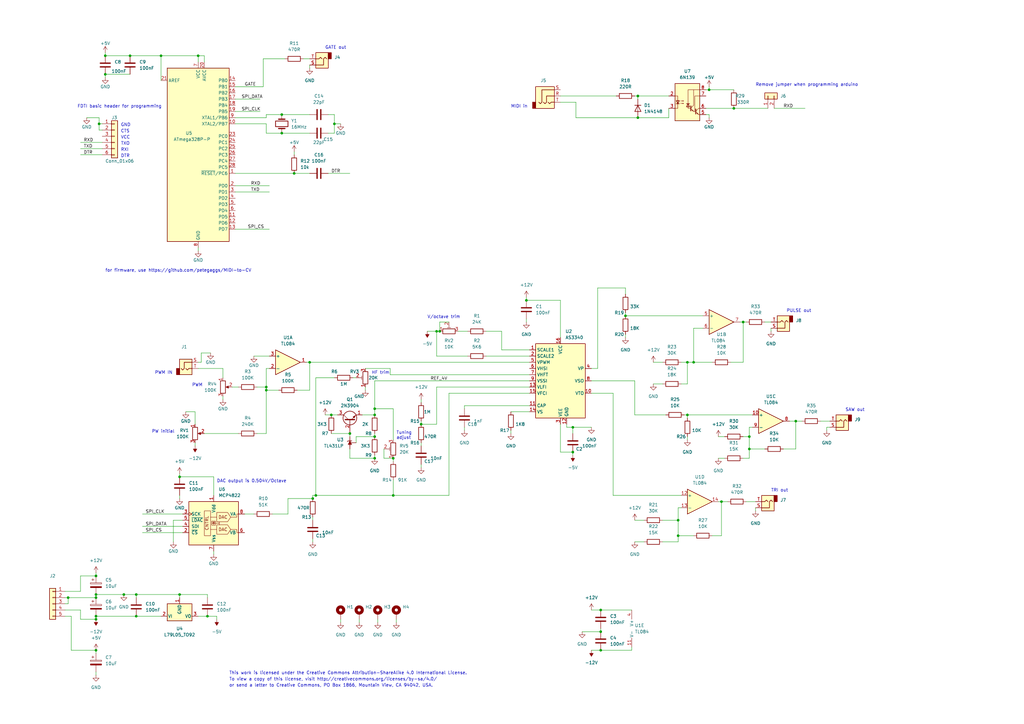
<source format=kicad_sch>
(kicad_sch (version 20211123) (generator eeschema)
  (paper "A3")
  (title_block (title "AS3340 Oscillator module by P. Gaggs") (date "2023-01-18") (rev "A"))
  (lib_symbols
    (symbol "Amplifier_Operational:LM324" (pin_names (offset 0.127))
      (property "Reference" "U" (at 0 5.08 0))
      (property "Value" "LM324" (at 0 -5.08 0))
      (symbol "LM324_1_1"
        (pin output line (at 7.62 0 180) (length 2.54) (name "~") (number "1"))
        (pin input line (at -7.62 -2.54 0) (length 2.54) (name "-") (number "2"))
        (pin input line (at -7.62 2.54 0) (length 2.54) (name "+") (number "3"))
      )
      (symbol "LM324_2_1"
        (pin input line (at -7.62 2.54 0) (length 2.54) (name "+") (number "5"))
        (pin input line (at -7.62 -2.54 0) (length 2.54) (name "-") (number "6"))
        (pin output line (at 7.62 0 180) (length 2.54) (name "~") (number "7"))
      )
      (symbol "LM324_3_1"
        (pin input line (at -7.62 2.54 0) (length 2.54) (name "+") (number "10"))
        (pin output line (at 7.62 0 180) (length 2.54) (name "~") (number "8"))
        (pin input line (at -7.62 -2.54 0) (length 2.54) (name "-") (number "9"))
      )
      (symbol "LM324_4_1"
        (pin input line (at -7.62 2.54 0) (length 2.54) (name "+") (number "12"))
        (pin input line (at -7.62 -2.54 0) (length 2.54) (name "-") (number "13"))
        (pin output line (at 7.62 0 180) (length 2.54) (name "~") (number "14"))
      )
      (symbol "LM324_5_1"
        (pin power_in line (at -2.54 -7.62 90) (length 3.81) (name "V-") (number "11"))
        (pin power_in line (at -2.54 7.62 270) (length 3.81) (name "V+") (number "4"))
      )
    )
    (symbol "Analog_DAC:MCP4822" (pin_names (offset 1.016))
      (property "Reference" "U" (at -2.54 10.795 0))
      (property "Value" "MCP4822" (at -2.54 8.89 0))
      (symbol "MCP4822_0_0"
        (text "CNTRL" (at -2.032 -4.191 900) (effects (font (size 1.27 1.27)) (justify left bottom)))
        (text "DAC" (at 3.81 -3.81 0) (effects (font (size 1.27 1.27))))
        (text "DAC" (at 3.81 1.27 0) (effects (font (size 1.27 1.27))))
      )
      (symbol "MCP4822_1_1"
        (pin power_in line (at 0 10.16 270) (length 2.54) (name "Vdd") (number "1"))
        (pin input line (at -12.7 -5.08 0) (length 2.54) (name "~{CS}") (number "2"))
        (pin input clock (at -12.7 2.54 0) (length 2.54) (name "SCK") (number "3"))
        (pin input line (at -12.7 -2.54 0) (length 2.54) (name "SDI") (number "4"))
        (pin input line (at -12.7 0 0) (length 2.54) (name "~{LDAC}") (number "5"))
        (pin output line (at 12.7 -5.08 180) (length 2.54) (name "VB") (number "6"))
        (pin power_in line (at 0 -12.7 90) (length 2.54) (name "Vss") (number "7"))
        (pin output line (at 12.7 2.54 180) (length 2.54) (name "VA") (number "8"))
      )
    )
    (symbol "Audio:AS3340"
      (property "Reference" "U" (at -5.08 17.78 0))
      (property "Value" "AS3340" (at 5.08 17.78 0))
      (symbol "AS3340_1_1"
        (pin input line (at -12.7 12.7 0) (length 2.54) (name "SCALE1") (number "1"))
        (pin output line (at 12.7 -5.08 180) (length 2.54) (name "VTO") (number "10"))
        (pin passive line (at -12.7 -10.16 0) (length 2.54) (name "CAP") (number "11"))
        (pin power_in line (at 2.54 -17.78 90) (length 2.54) (name "GND") (number "12"))
        (pin input line (at -12.7 -2.54 0) (length 2.54) (name "VLFI") (number "13"))
        (pin passive line (at -12.7 -12.7 0) (length 2.54) (name "VS") (number "14"))
        (pin input line (at -12.7 -5.08 0) (length 2.54) (name "VFCI") (number "15"))
        (pin power_in line (at 0 17.78 270) (length 2.54) (name "VCC") (number "16"))
        (pin input line (at -12.7 10.16 0) (length 2.54) (name "SCALE2") (number "2"))
        (pin power_in line (at 0 -17.78 90) (length 2.54) (name "VEE") (number "3"))
        (pin output line (at 12.7 5.08 180) (length 2.54) (name "VP") (number "4"))
        (pin input line (at -12.7 7.62 0) (length 2.54) (name "VPWM") (number "5"))
        (pin input line (at -12.7 5.08 0) (length 2.54) (name "VHSI") (number "6"))
        (pin input line (at -12.7 2.54 0) (length 2.54) (name "VHFT") (number "7"))
        (pin output line (at 12.7 0 180) (length 2.54) (name "VSO") (number "8"))
        (pin input line (at -12.7 0 0) (length 2.54) (name "VSSI") (number "9"))
      )
    )
    (symbol "Connector:AudioJack2"
      (property "Reference" "J" (at 0 8.89 0))
      (property "Value" "AudioJack2" (at 0 6.35 0))
      (symbol "AudioJack2_1_1"
        (pin passive line (at 5.08 2.54 180) (length 2.54) (name "~") (number "S"))
        (pin passive line (at 5.08 0 180) (length 2.54) (name "~") (number "T"))
      )
    )
    (symbol "Connector:AudioJack3"
      (property "Reference" "J" (at 0 8.89 0))
      (property "Value" "AudioJack3" (at 0 6.35 0))
      (symbol "AudioJack3_1_1"
        (pin passive line (at 5.08 0 180) (length 2.54) (name "~") (number "R"))
        (pin passive line (at 5.08 2.54 180) (length 2.54) (name "~") (number "S"))
        (pin passive line (at 5.08 -2.54 180) (length 2.54) (name "~") (number "T"))
      )
    )
    (symbol "Connector_Generic:Conn_01x02" (pin_names (offset 1.016) hide)
      (property "Reference" "J" (at 0 2.54 0))
      (property "Value" "Conn_01x02" (at 0 -5.08 0))
      (symbol "Conn_01x02_1_1"
        (pin passive line (at -5.08 0 0) (length 3.81) (name "Pin_1") (number "1"))
        (pin passive line (at -5.08 -2.54 0) (length 3.81) (name "Pin_2") (number "2"))
      )
    )
    (symbol "Connector_Generic:Conn_01x05" (pin_names (offset 1.016) hide)
      (property "Reference" "J" (at 0 7.62 0))
      (property "Value" "Conn_01x05" (at 0 -7.62 0))
      (symbol "Conn_01x05_1_1"
        (pin passive line (at -5.08 5.08 0) (length 3.81) (name "Pin_1") (number "1"))
        (pin passive line (at -5.08 2.54 0) (length 3.81) (name "Pin_2") (number "2"))
        (pin passive line (at -5.08 0 0) (length 3.81) (name "Pin_3") (number "3"))
        (pin passive line (at -5.08 -2.54 0) (length 3.81) (name "Pin_4") (number "4"))
        (pin passive line (at -5.08 -5.08 0) (length 3.81) (name "Pin_5") (number "5"))
      )
    )
    (symbol "Connector_Generic:Conn_01x06" (pin_names (offset 1.016) hide)
      (property "Reference" "J" (at 0 7.62 0))
      (property "Value" "Conn_01x06" (at 0 -10.16 0))
      (symbol "Conn_01x06_1_1"
        (pin passive line (at -5.08 5.08 0) (length 3.81) (name "Pin_1") (number "1"))
        (pin passive line (at -5.08 2.54 0) (length 3.81) (name "Pin_2") (number "2"))
        (pin passive line (at -5.08 0 0) (length 3.81) (name "Pin_3") (number "3"))
        (pin passive line (at -5.08 -2.54 0) (length 3.81) (name "Pin_4") (number "4"))
        (pin passive line (at -5.08 -5.08 0) (length 3.81) (name "Pin_5") (number "5"))
        (pin passive line (at -5.08 -7.62 0) (length 3.81) (name "Pin_6") (number "6"))
      )
    )
    (symbol "Device:C" (pin_numbers hide) (pin_names (offset 0.254))
      (property "Reference" "C" (at 0.635 2.54 0))
      (property "Value" "C" (at 0.635 -2.54 0))
      (symbol "C_1_1"
        (pin passive line (at 0 3.81 270) (length 2.794) (name "~") (number "1"))
        (pin passive line (at 0 -3.81 90) (length 2.794) (name "~") (number "2"))
      )
    )
    (symbol "Device:C_Polarized" (pin_numbers hide) (pin_names (offset 0.254))
      (property "Reference" "C" (at 0.635 2.54 0))
      (property "Value" "C_Polarized" (at 0.635 -2.54 0))
      (symbol "C_Polarized_1_1"
        (pin passive line (at 0 3.81 270) (length 2.794) (name "~") (number "1"))
        (pin passive line (at 0 -3.81 90) (length 2.794) (name "~") (number "2"))
      )
    )
    (symbol "Device:Crystal" (pin_numbers hide) (pin_names (offset 1.016) hide)
      (property "Reference" "Y" (at 0 3.81 0))
      (property "Value" "Crystal" (at 0 -3.81 0))
      (symbol "Crystal_1_1"
        (pin passive line (at -3.81 0 0) (length 1.27) (name "1") (number "1"))
        (pin passive line (at 3.81 0 180) (length 1.27) (name "2") (number "2"))
      )
    )
    (symbol "Device:R" (pin_numbers hide) (pin_names (offset 0))
      (property "Reference" "R" (at 2.032 0 90))
      (property "Value" "R" (at 0 0 90))
      (symbol "R_1_1"
        (pin passive line (at 0 3.81 270) (length 1.27) (name "~") (number "1"))
        (pin passive line (at 0 -3.81 90) (length 1.27) (name "~") (number "2"))
      )
    )
    (symbol "Device:R_Potentiometer" (pin_names (offset 1.016) hide)
      (property "Reference" "RV" (at -4.445 0 90))
      (property "Value" "R_Potentiometer" (at -2.54 0 90))
      (symbol "R_Potentiometer_1_1"
        (pin passive line (at 0 3.81 270) (length 1.27) (name "1") (number "1"))
        (pin passive line (at 3.81 0 180) (length 1.27) (name "2") (number "2"))
        (pin passive line (at 0 -3.81 90) (length 1.27) (name "3") (number "3"))
      )
    )
    (symbol "Device:R_Potentiometer_Trim" (pin_names (offset 1.016) hide)
      (property "Reference" "RV" (at -4.445 0 90))
      (property "Value" "R_Potentiometer_Trim" (at -2.54 0 90))
      (symbol "R_Potentiometer_Trim_1_1"
        (pin passive line (at 0 3.81 270) (length 1.27) (name "1") (number "1"))
        (pin passive line (at 3.81 0 180) (length 1.27) (name "2") (number "2"))
        (pin passive line (at 0 -3.81 90) (length 1.27) (name "3") (number "3"))
      )
    )
    (symbol "Diode:1N4148" (pin_numbers hide) (pin_names hide)
      (property "Reference" "D" (at 0 2.54 0))
      (property "Value" "1N4148" (at 0 -2.54 0))
      (symbol "1N4148_1_1"
        (pin passive line (at -3.81 0 0) (length 2.54) (name "K") (number "1"))
        (pin passive line (at 3.81 0 180) (length 2.54) (name "A") (number "2"))
      )
    )
    (symbol "Isolator:6N139" (pin_names (offset 1.016) hide)
      (property "Reference" "U" (at -4.064 8.89 0))
      (property "Value" "6N139" (at 2.286 8.89 0))
      (symbol "6N139_1_1"
        (pin no_connect line (at -5.08 5.08 0) (length 2.54) hide (name "NC") (number "1"))
        (pin passive line (at -7.62 2.54 0) (length 2.54) (name "C1") (number "2"))
        (pin passive line (at -7.62 -2.54 0) (length 2.54) (name "C2") (number "3"))
        (pin no_connect line (at -5.08 -5.08 0) (length 2.54) hide (name "NC") (number "4"))
        (pin passive line (at 7.62 -5.08 180) (length 2.54) (name "GND") (number "5"))
        (pin passive line (at 7.62 -2.54 180) (length 2.54) (name "VO2") (number "6"))
        (pin passive line (at 7.62 2.54 180) (length 2.54) (name "VO1") (number "7"))
        (pin passive line (at 7.62 5.08 180) (length 2.54) (name "VCC") (number "8"))
      )
    )
    (symbol "MCU_Microchip_ATmega:ATmega328P-P"
      (property "Reference" "U" (at -12.7 36.83 0))
      (property "Value" "ATmega328P-P" (at 2.54 -36.83 0))
      (symbol "ATmega328P-P_1_1"
        (pin bidirectional line (at 15.24 -7.62 180) (length 2.54) (name "~{RESET}/PC6") (number "1"))
        (pin bidirectional line (at 15.24 12.7 180) (length 2.54) (name "XTAL2/PB7") (number "10"))
        (pin bidirectional line (at 15.24 -25.4 180) (length 2.54) (name "PD5") (number "11"))
        (pin bidirectional line (at 15.24 -27.94 180) (length 2.54) (name "PD6") (number "12"))
        (pin bidirectional line (at 15.24 -30.48 180) (length 2.54) (name "PD7") (number "13"))
        (pin bidirectional line (at 15.24 30.48 180) (length 2.54) (name "PB0") (number "14"))
        (pin bidirectional line (at 15.24 27.94 180) (length 2.54) (name "PB1") (number "15"))
        (pin bidirectional line (at 15.24 25.4 180) (length 2.54) (name "PB2") (number "16"))
        (pin bidirectional line (at 15.24 22.86 180) (length 2.54) (name "PB3") (number "17"))
        (pin bidirectional line (at 15.24 20.32 180) (length 2.54) (name "PB4") (number "18"))
        (pin bidirectional line (at 15.24 17.78 180) (length 2.54) (name "PB5") (number "19"))
        (pin bidirectional line (at 15.24 -12.7 180) (length 2.54) (name "PD0") (number "2"))
        (pin power_in line (at 2.54 38.1 270) (length 2.54) (name "AVCC") (number "20"))
        (pin passive line (at -15.24 30.48 0) (length 2.54) (name "AREF") (number "21"))
        (pin passive line (at 0 -38.1 90) (length 2.54) hide (name "GND") (number "22"))
        (pin bidirectional line (at 15.24 7.62 180) (length 2.54) (name "PC0") (number "23"))
        (pin bidirectional line (at 15.24 5.08 180) (length 2.54) (name "PC1") (number "24"))
        (pin bidirectional line (at 15.24 2.54 180) (length 2.54) (name "PC2") (number "25"))
        (pin bidirectional line (at 15.24 0 180) (length 2.54) (name "PC3") (number "26"))
        (pin bidirectional line (at 15.24 -2.54 180) (length 2.54) (name "PC4") (number "27"))
        (pin bidirectional line (at 15.24 -5.08 180) (length 2.54) (name "PC5") (number "28"))
        (pin bidirectional line (at 15.24 -15.24 180) (length 2.54) (name "PD1") (number "3"))
        (pin bidirectional line (at 15.24 -17.78 180) (length 2.54) (name "PD2") (number "4"))
        (pin bidirectional line (at 15.24 -20.32 180) (length 2.54) (name "PD3") (number "5"))
        (pin bidirectional line (at 15.24 -22.86 180) (length 2.54) (name "PD4") (number "6"))
        (pin power_in line (at 0 38.1 270) (length 2.54) (name "VCC") (number "7"))
        (pin power_in line (at 0 -38.1 90) (length 2.54) (name "GND") (number "8"))
        (pin bidirectional line (at 15.24 15.24 180) (length 2.54) (name "XTAL1/PB6") (number "9"))
      )
    )
    (symbol "Mechanical:MountingHole_Pad" (pin_numbers hide) (pin_names (offset 1.016) hide)
      (property "Reference" "H" (at 0 6.35 0))
      (property "Value" "MountingHole_Pad" (at 0 4.445 0))
      (symbol "MountingHole_Pad_1_1"
        (pin input line (at 0 -2.54 90) (length 2.54) (name "1") (number "1"))
      )
    )
    (symbol "Reference_Voltage:TL431LP" (pin_numbers hide) (pin_names hide)
      (property "Reference" "U" (at -2.54 2.54 0))
      (property "Value" "TL431LP" (at 0 -2.54 0))
      (symbol "TL431LP_1_1"
        (pin passive line (at 0 2.54 270) (length 2.54) (name "REF") (number "1"))
        (pin passive line (at -2.54 0 0) (length 2.54) (name "A") (number "2"))
        (pin passive line (at 2.54 0 180) (length 2.54) (name "K") (number "3"))
      )
    )
    (symbol "Regulator_Linear:L79L05_TO92" (pin_names (offset 0.254))
      (property "Reference" "U" (at -3.81 -3.175 0))
      (property "Value" "L79L05_TO92" (at 0 -3.175 0))
      (symbol "L79L05_TO92_1_1"
        (pin power_in line (at 0 7.62 270) (length 2.54) (name "GND") (number "1"))
        (pin power_in line (at -7.62 0 0) (length 2.54) (name "VI") (number "2"))
        (pin power_out line (at 7.62 0 180) (length 2.54) (name "VO") (number "3"))
      )
    )
    (symbol "Transistor_BJT:2N3904" (pin_names (offset 0) hide)
      (property "Reference" "Q" (at 5.08 1.905 0))
      (property "Value" "2N3904" (at 5.08 0 0))
      (symbol "2N3904_1_1"
        (pin passive line (at 2.54 -5.08 90) (length 2.54) (name "E") (number "1"))
        (pin passive line (at -5.08 0 0) (length 5.715) (name "B") (number "2"))
        (pin passive line (at 2.54 5.08 270) (length 2.54) (name "C") (number "3"))
      )
    )
    (symbol "power:+12V" (power) (pin_names (offset 0))
      (property "Value" "+12V" (at 0 3.556 0))
      (symbol "+12V_1_1"
        (pin power_in line (at 0 0 90) (length 0) hide (name "+12V") (number "1"))
      )
    )
    (symbol "power:+5V" (power) (pin_names (offset 0))
      (property "Value" "+5V" (at 0 3.556 0))
      (symbol "+5V_1_1"
        (pin power_in line (at 0 0 90) (length 0) hide (name "+5V") (number "1"))
      )
    )
    (symbol "power:-12V" (power) (pin_names (offset 0))
      (property "Value" "-12V" (at 0 3.81 0))
      (symbol "-12V_0_0"
        (pin power_in line (at 0 0 90) (length 0) hide (name "-12V") (number "1"))
      )
    )
    (symbol "power:-5V" (power) (pin_names (offset 0))
      (property "Value" "-5V" (at 0 3.81 0))
      (symbol "-5V_0_0"
        (pin power_in line (at 0 0 90) (length 0) hide (name "-5V") (number "1"))
      )
    )
    (symbol "power:GND" (power) (pin_names (offset 0))
      (property "Value" "GND" (at 0 -3.81 0))
      (symbol "GND_1_1"
        (pin power_in line (at 0 0 270) (length 0) hide (name "GND") (number "1"))
      )
    )
  )
  (junction (at 85.09 252.73))
  (junction (at 326.39 172.72))
  (junction (at 39.37 243.84))
  (junction (at 135.89 170.18))
  (junction (at 115.57 54.61))
  (junction (at 50.8 243.84))
  (junction (at 153.67 170.18))
  (junction (at 281.94 148.59))
  (junction (at 27.94 245.11))
  (junction (at 39.37 252.73))
  (junction (at 39.37 254))
  (junction (at 81.28 22.86))
  (junction (at 256.54 129.54))
  (junction (at 137.16 50.8))
  (junction (at 278.13 213.36))
  (junction (at 73.66 195.58))
  (junction (at 246.38 250.19))
  (junction (at 109.22 158.75))
  (junction (at 129.54 203.2))
  (junction (at 307.34 179.07))
  (junction (at 40.64 50.8))
  (junction (at 39.37 245.11))
  (junction (at 153.67 167.64))
  (junction (at 66.04 22.86))
  (junction (at 261.62 48.26))
  (junction (at 43.18 22.86))
  (junction (at 143.51 177.8))
  (junction (at 246.38 259.08))
  (junction (at 53.34 22.86))
  (junction (at 43.18 30.48))
  (junction (at 115.57 46.99))
  (junction (at 55.88 243.84))
  (junction (at 120.65 71.12))
  (junction (at 281.94 170.18))
  (junction (at 215.9 123.19))
  (junction (at 304.8 132.08))
  (junction (at 261.62 39.37))
  (junction (at 295.91 205.74))
  (junction (at 179.07 135.89))
  (junction (at 153.67 187.96))
  (junction (at 128.27 204.47))
  (junction (at 39.37 266.7))
  (junction (at 153.67 179.07))
  (junction (at 234.95 185.42))
  (junction (at 55.88 252.73))
  (junction (at 73.66 243.84))
  (junction (at 109.22 160.02))
  (junction (at 39.37 236.22))
  (junction (at 307.34 184.15))
  (junction (at 127 148.59))
  (junction (at 246.38 266.7))
  (junction (at 172.72 173.99))
  (junction (at 300.99 44.45))
  (junction (at 278.13 219.71))
  (junction (at 284.48 148.59))
  (junction (at 290.83 36.83))
  (junction (at 180.34 135.89))
  (junction (at 161.29 187.96))
  (junction (at 234.95 175.26))
  (junction (at 161.29 203.2))
  (wire (pts (xy 172.72 163.83) (xy 172.72 165.1)))
  (wire (pts (xy 128.27 203.2) (xy 128.27 204.47)))
  (wire (pts (xy 300.99 44.45) (xy 314.96 44.45)))
  (wire (pts (xy 246.38 250.19) (xy 259.08 250.19)))
  (wire (pts (xy 290.83 36.83) (xy 300.99 36.83)))
  (wire (pts (xy 236.22 41.91) (xy 236.22 48.26)))
  (wire (pts (xy 39.37 243.84) (xy 50.8 243.84)))
  (wire (pts (xy 217.17 153.67) (xy 160.02 153.67)))
  (wire (pts (xy 215.9 130.81) (xy 215.9 132.08)))
  (wire (pts (xy 281.94 170.18) (xy 281.94 171.45)))
  (wire (pts (xy 39.37 266.7) (xy 39.37 267.97)))
  (wire (pts (xy 304.8 132.08) (xy 306.07 132.08)))
  (wire (pts (xy 29.21 266.7) (xy 29.21 252.73)))
  (wire (pts (xy 209.55 176.53) (xy 209.55 177.8)))
  (wire (pts (xy 96.52 45.72) (xy 106.68 45.72)))
  (wire (pts (xy 289.56 46.99) (xy 290.83 46.99)))
  (wire (pts (xy 307.34 187.96) (xy 307.34 184.15)))
  (wire (pts (xy 179.07 146.05) (xy 179.07 135.89)))
  (wire (pts (xy 154.94 254) (xy 154.94 255.27)))
  (wire (pts (xy 80.01 173.99) (xy 80.01 168.91)))
  (wire (pts (xy 234.95 175.26) (xy 232.41 175.26)))
  (wire (pts (xy 109.22 160.02) (xy 109.22 158.75)))
  (wire (pts (xy 205.74 143.51) (xy 217.17 143.51)))
  (wire (pts (xy 133.35 170.18) (xy 135.89 170.18)))
  (wire (pts (xy 105.41 158.75) (xy 109.22 158.75)))
  (wire (pts (xy 242.57 266.7) (xy 246.38 266.7)))
  (wire (pts (xy 66.04 22.86) (xy 81.28 22.86)))
  (wire (pts (xy 307.34 184.15) (xy 313.69 184.15)))
  (wire (pts (xy 278.13 213.36) (xy 278.13 219.71)))
  (wire (pts (xy 129.54 154.94) (xy 129.54 203.2)))
  (wire (pts (xy 33.02 60.96) (xy 41.91 60.96)))
  (wire (pts (xy 238.76 259.08) (xy 246.38 259.08)))
  (wire (pts (xy 143.51 177.8) (xy 143.51 179.07)))
  (wire (pts (xy 256.54 118.11) (xy 256.54 120.65)))
  (wire (pts (xy 209.55 168.91) (xy 217.17 168.91)))
  (wire (pts (xy 26.67 247.65) (xy 27.94 247.65)))
  (wire (pts (xy 256.54 128.27) (xy 256.54 129.54)))
  (wire (pts (xy 157.48 187.96) (xy 161.29 187.96)))
  (wire (pts (xy 217.17 166.37) (xy 190.5 166.37)))
  (wire (pts (xy 313.69 132.08) (xy 316.23 132.08)))
  (wire (pts (xy 109.22 160.02) (xy 109.22 177.8)))
  (wire (pts (xy 232.41 173.99) (xy 232.41 175.26)))
  (wire (pts (xy 161.29 167.64) (xy 153.67 167.64)))
  (wire (pts (xy 340.36 175.26) (xy 339.09 175.26)))
  (wire (pts (xy 148.59 170.18) (xy 153.67 170.18)))
  (wire (pts (xy 217.17 161.29) (xy 184.15 161.29)))
  (wire (pts (xy 107.95 24.13) (xy 116.84 24.13)))
  (wire (pts (xy 96.52 71.12) (xy 120.65 71.12)))
  (wire (pts (xy 153.67 186.69) (xy 153.67 187.96)))
  (wire (pts (xy 29.21 252.73) (xy 26.67 252.73)))
  (wire (pts (xy 199.39 146.05) (xy 217.17 146.05)))
  (wire (pts (xy 143.51 187.96) (xy 153.67 187.96)))
  (wire (pts (xy 128.27 203.2) (xy 129.54 203.2)))
  (wire (pts (xy 115.57 54.61) (xy 127 54.61)))
  (wire (pts (xy 180.34 132.08) (xy 180.34 135.89)))
  (wire (pts (xy 281.94 148.59) (xy 284.48 148.59)))
  (wire (pts (xy 39.37 252.73) (xy 55.88 252.73)))
  (wire (pts (xy 105.41 177.8) (xy 109.22 177.8)))
  (wire (pts (xy 215.9 123.19) (xy 229.87 123.19)))
  (wire (pts (xy 294.64 187.96) (xy 297.18 187.96)))
  (wire (pts (xy 137.16 46.99) (xy 137.16 50.8)))
  (wire (pts (xy 304.8 148.59) (xy 299.72 148.59)))
  (wire (pts (xy 289.56 36.83) (xy 290.83 36.83)))
  (wire (pts (xy 55.88 243.84) (xy 50.8 243.84)))
  (wire (pts (xy 175.26 135.89) (xy 179.07 135.89)))
  (wire (pts (xy 259.08 265.43) (xy 259.08 266.7)))
  (wire (pts (xy 73.66 194.31) (xy 73.66 195.58)))
  (wire (pts (xy 234.95 175.26) (xy 234.95 177.8)))
  (wire (pts (xy 161.29 203.2) (xy 184.15 203.2)))
  (wire (pts (xy 43.18 30.48) (xy 43.18 31.75)))
  (wire (pts (xy 73.66 243.84) (xy 73.66 245.11)))
  (wire (pts (xy 179.07 173.99) (xy 172.72 173.99)))
  (wire (pts (xy 246.38 257.81) (xy 246.38 259.08)))
  (wire (pts (xy 135.89 177.8) (xy 143.51 177.8)))
  (wire (pts (xy 267.97 148.59) (xy 271.78 148.59)))
  (wire (pts (xy 261.62 39.37) (xy 274.32 39.37)))
  (wire (pts (xy 279.4 157.48) (xy 281.94 157.48)))
  (wire (pts (xy 33.02 236.22) (xy 39.37 236.22)))
  (wire (pts (xy 281.94 148.59) (xy 281.94 157.48)))
  (wire (pts (xy 109.22 158.75) (xy 109.22 151.13)))
  (wire (pts (xy 290.83 46.99) (xy 290.83 48.26)))
  (wire (pts (xy 245.11 118.11) (xy 256.54 118.11)))
  (wire (pts (xy 309.88 208.28) (xy 309.88 209.55)))
  (wire (pts (xy 39.37 252.73) (xy 39.37 254)))
  (wire (pts (xy 55.88 243.84) (xy 55.88 245.11)))
  (wire (pts (xy 172.72 172.72) (xy 172.72 173.99)))
  (wire (pts (xy 205.74 135.89) (xy 199.39 135.89)))
  (wire (pts (xy 26.67 250.19) (xy 33.02 250.19)))
  (wire (pts (xy 91.44 162.56) (xy 91.44 163.83)))
  (wire (pts (xy 143.51 184.15) (xy 143.51 187.96)))
  (wire (pts (xy 267.97 157.48) (xy 271.78 157.48)))
  (wire (pts (xy 326.39 172.72) (xy 328.93 172.72)))
  (wire (pts (xy 184.15 132.08) (xy 180.34 132.08)))
  (wire (pts (xy 128.27 212.09) (xy 128.27 213.36)))
  (wire (pts (xy 96.52 35.56) (xy 107.95 35.56)))
  (wire (pts (xy 242.57 175.26) (xy 234.95 175.26)))
  (wire (pts (xy 109.22 151.13) (xy 110.49 151.13)))
  (wire (pts (xy 109.22 46.99) (xy 115.57 46.99)))
  (wire (pts (xy 104.14 146.05) (xy 110.49 146.05)))
  (wire (pts (xy 87.63 226.06) (xy 87.63 227.33)))
  (wire (pts (xy 289.56 44.45) (xy 300.99 44.45)))
  (wire (pts (xy 96.52 78.74) (xy 110.49 78.74)))
  (wire (pts (xy 26.67 245.11) (xy 27.94 245.11)))
  (wire (pts (xy 115.57 46.99) (xy 127 46.99)))
  (wire (pts (xy 120.65 62.23) (xy 120.65 63.5)))
  (wire (pts (xy 27.94 245.11) (xy 27.94 247.65)))
  (wire (pts (xy 88.9 254) (xy 88.9 252.73)))
  (wire (pts (xy 246.38 266.7) (xy 259.08 266.7)))
  (wire (pts (xy 179.07 158.75) (xy 179.07 173.99)))
  (wire (pts (xy 134.62 54.61) (xy 137.16 54.61)))
  (wire (pts (xy 27.94 245.11) (xy 39.37 245.11)))
  (wire (pts (xy 242.57 151.13) (xy 245.11 151.13)))
  (wire (pts (xy 35.56 48.26) (xy 40.64 48.26)))
  (wire (pts (xy 53.34 22.86) (xy 66.04 22.86)))
  (wire (pts (xy 125.73 148.59) (xy 127 148.59)))
  (wire (pts (xy 326.39 172.72) (xy 323.85 172.72)))
  (wire (pts (xy 85.09 243.84) (xy 73.66 243.84)))
  (wire (pts (xy 295.91 205.74) (xy 294.64 205.74)))
  (wire (pts (xy 278.13 208.28) (xy 278.13 213.36)))
  (wire (pts (xy 304.8 187.96) (xy 307.34 187.96)))
  (wire (pts (xy 81.28 148.59) (xy 82.55 148.59)))
  (wire (pts (xy 81.28 252.73) (xy 85.09 252.73)))
  (wire (pts (xy 33.02 63.5) (xy 41.91 63.5)))
  (wire (pts (xy 295.91 205.74) (xy 298.45 205.74)))
  (wire (pts (xy 147.32 254) (xy 147.32 255.27)))
  (wire (pts (xy 160.02 151.13) (xy 149.86 151.13)))
  (wire (pts (xy 261.62 39.37) (xy 261.62 40.64)))
  (wire (pts (xy 317.5 44.45) (xy 330.2 44.45)))
  (wire (pts (xy 339.09 175.26) (xy 339.09 176.53)))
  (wire (pts (xy 144.78 154.94) (xy 146.05 154.94)))
  (wire (pts (xy 306.07 205.74) (xy 309.88 205.74)))
  (wire (pts (xy 292.1 148.59) (xy 284.48 148.59)))
  (wire (pts (xy 284.48 148.59) (xy 284.48 134.62)))
  (wire (pts (xy 308.61 175.26) (xy 307.34 175.26)))
  (wire (pts (xy 120.65 71.12) (xy 127 71.12)))
  (wire (pts (xy 109.22 54.61) (xy 115.57 54.61)))
  (wire (pts (xy 304.8 179.07) (xy 307.34 179.07)))
  (wire (pts (xy 234.95 185.42) (xy 234.95 186.69)))
  (wire (pts (xy 278.13 222.25) (xy 278.13 219.71)))
  (wire (pts (xy 172.72 181.61) (xy 172.72 182.88)))
  (wire (pts (xy 107.95 35.56) (xy 107.95 24.13)))
  (wire (pts (xy 96.52 93.98) (xy 110.49 93.98)))
  (wire (pts (xy 39.37 275.59) (xy 39.37 276.86)))
  (wire (pts (xy 251.46 161.29) (xy 242.57 161.29)))
  (wire (pts (xy 80.01 181.61) (xy 80.01 182.88)))
  (wire (pts (xy 260.35 39.37) (xy 261.62 39.37)))
  (wire (pts (xy 245.11 151.13) (xy 245.11 118.11)))
  (wire (pts (xy 271.78 213.36) (xy 278.13 213.36)))
  (wire (pts (xy 172.72 190.5) (xy 172.72 191.77)))
  (wire (pts (xy 83.82 177.8) (xy 97.79 177.8)))
  (wire (pts (xy 83.82 25.4) (xy 83.82 22.86)))
  (wire (pts (xy 236.22 48.26) (xy 261.62 48.26)))
  (wire (pts (xy 134.62 46.99) (xy 137.16 46.99)))
  (wire (pts (xy 100.33 210.82) (xy 104.14 210.82)))
  (wire (pts (xy 58.42 210.82) (xy 74.93 210.82)))
  (wire (pts (xy 66.04 22.86) (xy 66.04 33.02)))
  (wire (pts (xy 161.29 187.96) (xy 161.29 189.23)))
  (wire (pts (xy 326.39 184.15) (xy 326.39 172.72)))
  (wire (pts (xy 41.91 53.34) (xy 40.64 53.34)))
  (wire (pts (xy 39.37 243.84) (xy 39.37 245.11)))
  (wire (pts (xy 81.28 25.4) (xy 81.28 22.86)))
  (wire (pts (xy 260.35 156.21) (xy 242.57 156.21)))
  (wire (pts (xy 127 148.59) (xy 217.17 148.59)))
  (wire (pts (xy 187.96 135.89) (xy 191.77 135.89)))
  (wire (pts (xy 86.36 144.78) (xy 82.55 144.78)))
  (wire (pts (xy 217.17 158.75) (xy 179.07 158.75)))
  (wire (pts (xy 294.64 179.07) (xy 297.18 179.07)))
  (wire (pts (xy 40.64 50.8) (xy 41.91 50.8)))
  (wire (pts (xy 129.54 203.2) (xy 161.29 203.2)))
  (wire (pts (xy 118.11 204.47) (xy 128.27 204.47)))
  (wire (pts (xy 190.5 175.26) (xy 190.5 176.53)))
  (wire (pts (xy 128.27 220.98) (xy 128.27 222.25)))
  (wire (pts (xy 229.87 41.91) (xy 236.22 41.91)))
  (wire (pts (xy 146.05 181.61) (xy 146.05 179.07)))
  (wire (pts (xy 260.35 170.18) (xy 260.35 156.21)))
  (wire (pts (xy 279.4 148.59) (xy 281.94 148.59)))
  (wire (pts (xy 184.15 161.29) (xy 184.15 203.2)))
  (wire (pts (xy 81.28 151.13) (xy 91.44 151.13)))
  (wire (pts (xy 292.1 219.71) (xy 295.91 219.71)))
  (wire (pts (xy 81.28 101.6) (xy 81.28 102.87)))
  (wire (pts (xy 242.57 250.19) (xy 246.38 250.19)))
  (wire (pts (xy 139.7 254) (xy 139.7 255.27)))
  (wire (pts (xy 135.89 170.18) (xy 138.43 170.18)))
  (wire (pts (xy 81.28 22.86) (xy 83.82 22.86)))
  (wire (pts (xy 137.16 50.8) (xy 137.16 54.61)))
  (wire (pts (xy 114.3 160.02) (xy 109.22 160.02)))
  (wire (pts (xy 127 26.67) (xy 127 27.94)))
  (wire (pts (xy 278.13 219.71) (xy 284.48 219.71)))
  (wire (pts (xy 279.4 203.2) (xy 251.46 203.2)))
  (wire (pts (xy 33.02 242.57) (xy 33.02 236.22)))
  (wire (pts (xy 85.09 245.11) (xy 85.09 243.84)))
  (wire (pts (xy 307.34 179.07) (xy 307.34 184.15)))
  (wire (pts (xy 73.66 203.2) (xy 73.66 204.47)))
  (wire (pts (xy 96.52 40.64) (xy 106.68 40.64)))
  (wire (pts (xy 179.07 146.05) (xy 191.77 146.05)))
  (wire (pts (xy 274.32 48.26) (xy 261.62 48.26)))
  (wire (pts (xy 33.02 250.19) (xy 33.02 254)))
  (wire (pts (xy 336.55 172.72) (xy 340.36 172.72)))
  (wire (pts (xy 205.74 143.51) (xy 205.74 135.89)))
  (wire (pts (xy 279.4 208.28) (xy 278.13 208.28)))
  (wire (pts (xy 33.02 58.42) (xy 41.91 58.42)))
  (wire (pts (xy 321.31 184.15) (xy 326.39 184.15)))
  (wire (pts (xy 109.22 50.8) (xy 109.22 54.61)))
  (wire (pts (xy 40.64 53.34) (xy 40.64 50.8)))
  (wire (pts (xy 284.48 134.62) (xy 288.29 134.62)))
  (wire (pts (xy 260.35 213.36) (xy 264.16 213.36)))
  (wire (pts (xy 91.44 151.13) (xy 91.44 154.94)))
  (wire (pts (xy 161.29 180.34) (xy 161.29 167.64)))
  (wire (pts (xy 273.05 170.18) (xy 260.35 170.18)))
  (wire (pts (xy 43.18 30.48) (xy 53.34 30.48)))
  (wire (pts (xy 55.88 252.73) (xy 66.04 252.73)))
  (wire (pts (xy 39.37 266.7) (xy 29.21 266.7)))
  (wire (pts (xy 39.37 234.95) (xy 39.37 236.22)))
  (wire (pts (xy 73.66 195.58) (xy 87.63 195.58)))
  (wire (pts (xy 118.11 210.82) (xy 118.11 204.47)))
  (wire (pts (xy 281.94 170.18) (xy 308.61 170.18)))
  (wire (pts (xy 87.63 203.2) (xy 87.63 195.58)))
  (wire (pts (xy 229.87 185.42) (xy 234.95 185.42)))
  (wire (pts (xy 161.29 196.85) (xy 161.29 203.2)))
  (wire (pts (xy 153.67 156.21) (xy 153.67 167.64)))
  (wire (pts (xy 157.48 184.15) (xy 157.48 187.96)))
  (wire (pts (xy 256.54 137.16) (xy 256.54 138.43)))
  (wire (pts (xy 229.87 39.37) (xy 252.73 39.37)))
  (wire (pts (xy 316.23 134.62) (xy 316.23 135.89)))
  (wire (pts (xy 71.12 213.36) (xy 71.12 222.25)))
  (wire (pts (xy 58.42 218.44) (xy 74.93 218.44)))
  (wire (pts (xy 111.76 210.82) (xy 118.11 210.82)))
  (wire (pts (xy 109.22 48.26) (xy 109.22 46.99)))
  (wire (pts (xy 179.07 135.89) (xy 180.34 135.89)))
  (wire (pts (xy 251.46 203.2) (xy 251.46 161.29)))
  (wire (pts (xy 215.9 121.92) (xy 215.9 123.19)))
  (wire (pts (xy 271.78 222.25) (xy 278.13 222.25)))
  (wire (pts (xy 274.32 44.45) (xy 274.32 48.26)))
  (wire (pts (xy 121.92 160.02) (xy 127 160.02)))
  (wire (pts (xy 73.66 243.84) (xy 55.88 243.84)))
  (wire (pts (xy 127 148.59) (xy 127 160.02)))
  (wire (pts (xy 290.83 36.83) (xy 290.83 35.56)))
  (wire (pts (xy 153.67 167.64) (xy 153.67 170.18)))
  (wire (pts (xy 304.8 132.08) (xy 304.8 148.59)))
  (wire (pts (xy 33.02 254) (xy 39.37 254)))
  (wire (pts (xy 303.53 132.08) (xy 304.8 132.08)))
  (wire (pts (xy 280.67 170.18) (xy 281.94 170.18)))
  (wire (pts (xy 229.87 138.43) (xy 229.87 123.19)))
  (wire (pts (xy 307.34 175.26) (xy 307.34 179.07)))
  (wire (pts (xy 58.42 215.9) (xy 74.93 215.9)))
  (wire (pts (xy 281.94 179.07) (xy 281.94 180.34)))
  (wire (pts (xy 190.5 166.37) (xy 190.5 167.64)))
  (wire (pts (xy 256.54 129.54) (xy 288.29 129.54)))
  (wire (pts (xy 260.35 222.25) (xy 264.16 222.25)))
  (wire (pts (xy 129.54 154.94) (xy 137.16 154.94)))
  (wire (pts (xy 88.9 252.73) (xy 85.09 252.73)))
  (wire (pts (xy 26.67 242.57) (xy 33.02 242.57)))
  (wire (pts (xy 137.16 50.8) (xy 139.7 50.8)))
  (wire (pts (xy 96.52 76.2) (xy 110.49 76.2)))
  (wire (pts (xy 40.64 50.8) (xy 40.64 48.26)))
  (wire (pts (xy 146.05 179.07) (xy 153.67 179.07)))
  (wire (pts (xy 295.91 219.71) (xy 295.91 205.74)))
  (wire (pts (xy 43.18 21.59) (xy 43.18 22.86)))
  (wire (pts (xy 153.67 156.21) (xy 217.17 156.21)))
  (wire (pts (xy 134.62 71.12) (xy 143.51 71.12)))
  (wire (pts (xy 162.56 254) (xy 162.56 255.27)))
  (wire (pts (xy 82.55 144.78) (xy 82.55 148.59)))
  (wire (pts (xy 229.87 173.99) (xy 229.87 185.42)))
  (wire (pts (xy 76.2 168.91) (xy 80.01 168.91)))
  (wire (pts (xy 160.02 153.67) (xy 160.02 151.13)))
  (wire (pts (xy 95.25 158.75) (xy 97.79 158.75)))
  (wire (pts (xy 153.67 177.8) (xy 153.67 179.07)))
  (wire (pts (xy 124.46 24.13) (xy 127 24.13)))
  (wire (pts (xy 96.52 50.8) (xy 109.22 50.8)))
  (wire (pts (xy 149.86 158.75) (xy 149.86 160.02)))
  (wire (pts (xy 74.93 213.36) (xy 71.12 213.36)))
  (wire (pts (xy 43.18 22.86) (xy 53.34 22.86)))
  (wire (pts (xy 96.52 48.26) (xy 109.22 48.26)))
  (text "HF trim" (at 152.4 153.67 0) (effects (font (size 1.27 1.27)) (justify left bottom)))
  (text "PWM IN" (at 63.5 153.67 0) (effects (font (size 1.27 1.27)) (justify left bottom)))
  (text "FDTI basic header for programming" (at 31.75 44.45 0) (effects (font (size 1.27 1.27)) (justify left bottom)))
  (text "for firmware, use https://github.com/petegaggs/MIDI-to-CV" (at 43.18 111.76 0) (effects (font (size 1.27 1.27)) (justify left bottom)))
  (text "GATE out" (at 133.35 20.32 0) (effects (font (size 1.27 1.27)) (justify left bottom)))
  (text "GND" (at 49.53 52.07 0) (effects (font (size 1.27 1.27)) (justify left bottom)))
  (text "V/octave trim" (at 175.26 130.81 0) (effects (font (size 1.27 1.27)) (justify left bottom)))
  (text "Tuning\nadjust" (at 162.56 180.34 0) (effects (font (size 1.27 1.27)) (justify left bottom)))
  (text "VCC" (at 49.53 57.15 0) (effects (font (size 1.27 1.27)) (justify left bottom)))
  (text "This work is licensed under the Creative Commons Attribution-ShareAlike 4.0 International License." (at 93.98 276.86 0) (effects (font (size 1.27 1.27)) (justify left bottom)))
  (text "RXI" (at 49.53 62.23 0) (effects (font (size 1.27 1.27)) (justify left bottom)))
  (text "DAC output is 0.504V/Octave" (at 88.9 198.12 0) (effects (font (size 1.27 1.27)) (justify left bottom)))
  (text "TRI out" (at 316.23 201.93 0) (effects (font (size 1.27 1.27)) (justify left bottom)))
  (text "PW initial" (at 62.23 177.8 0) (effects (font (size 1.27 1.27)) (justify left bottom)))
  (text "TXO" (at 49.53 59.69 0) (effects (font (size 1.27 1.27)) (justify left bottom)))
  (text "SAW out" (at 346.71 168.91 0) (effects (font (size 1.27 1.27)) (justify left bottom)))
  (text "PWM" (at 78.74 158.75 0) (effects (font (size 1.27 1.27)) (justify left bottom)))
  (text "Remove jumper when programming arduino" (at 309.88 35.56 0) (effects (font (size 1.27 1.27)) (justify left bottom)))
  (text "or send a letter to Creative Commons, PO Box 1866, Mountain View, CA 94042, USA." (at 93.98 281.94 0) (effects (font (size 1.27 1.27)) (justify left bottom)))
  (text "To view a copy of this license, visit http://creativecommons.org/licenses/by-sa/4.0/" (at 93.98 279.4 0) (effects (font (size 1.27 1.27)) (justify left bottom)))
  (text "PULSE out" (at 322.58 128.27 0) (effects (font (size 1.27 1.27)) (justify left bottom)))
  (text "DTR" (at 49.53 64.77 0) (effects (font (size 1.27 1.27)) (justify left bottom)))
  (text "MIDI in" (at 209.55 44.45 0) (effects (font (size 1.27 1.27)) (justify left bottom)))
  (text "CTS" (at 49.53 54.61 0) (effects (font (size 1.27 1.27)) (justify left bottom)))
  (label "SPI_CLK" (at 99.06 45.72 0))
  (label "RXD" (at 34.29 58.42 0))
  (label "TXD" (at 34.29 60.96 0))
  (label "GATE" (at 100.33 35.56 0))
  (label "TXD" (at 102.87 78.74 0))
  (label "DTR" (at 135.89 71.12 0))
  (label "RXD" (at 321.31 44.45 0))
  (label "SPI_CS" (at 59.69 218.44 0))
  (label "RXD" (at 102.87 76.2 0))
  (label "SPI_CLK" (at 59.69 210.82 0))
  (label "SPI_DATA" (at 59.69 215.9 0))
  (label "SPI_DATA" (at 99.06 40.64 0))
  (label "REF_4V" (at 176.53 156.21 0))
  (label "SPI_CS" (at 101.6 93.98 0))
  (label "DTR" (at 34.29 63.5 0))
  (symbol (lib_id "Audio:AS3340") (at 229.87 156.21 0) (unit 1)
    (property "Reference" "U2" (at 231.8894 135.89 0) (effects (justify left)))
    (property "Value" "AS3340" (at 231.8894 138.43 0) (effects (justify left)))
    (property "Footprint" "Package_DIP:DIP-16_W7.62mm_Socket" (effects hide))
    (property "Datasheet" "http://www.alfarzpp.lv/eng/sc/AS3340.pdf" (effects hide))
  )
  (symbol (lib_id "Device:C") (at 53.34 26.67 0) (unit 1)
    (property "Reference" "C9" (at 57.15 25.3999 0) (effects (justify left)))
    (property "Value" "100nF" (at 57.15 27.9399 0) (effects (justify left)))
    (property "Footprint" "Capacitor_SMD:C_0805_2012Metric_Pad1.18x1.45mm_HandSolder" (effects hide))
  )
  (symbol (lib_id "power:+5V") (at 290.83 35.56 0) (unit 1)
    (property "Reference" "#PWR050" (effects hide))
    (property "Value" "+5V" (at 290.83 31.75 0))
  )
  (symbol (lib_id "power:GND") (at 50.8 243.84 0) (unit 1)
    (property "Reference" "#PWR022" (effects hide))
    (property "Value" "GND" (at 50.8 248.92 0))
  )
  (symbol (lib_id "Device:R") (at 317.5 184.15 90) (unit 1)
    (property "Reference" "R34" (at 317.5 177.8 90))
    (property "Value" "10K" (at 317.5 180.34 90))
    (property "Footprint" "Resistor_SMD:R_0805_2012Metric_Pad1.20x1.40mm_HandSolder" (effects hide))
  )
  (symbol (lib_id "power:+12V") (at 172.72 163.83 0) (unit 1)
    (property "Reference" "#PWR039" (effects hide))
    (property "Value" "+12V" (at 172.72 158.75 0))
  )
  (symbol (lib_id "Device:C") (at 190.5 171.45 0) (unit 1)
    (property "Reference" "C18" (at 191.77 173.99 0) (effects (justify left)))
    (property "Value" "1nF" (at 194.31 172.7199 0) (effects (justify left)))
    (property "Footprint" "Capacitor_THT:C_Disc_D6.0mm_W4.4mm_P5.00mm" (effects hide))
  )
  (symbol (lib_id "Device:C") (at 130.81 54.61 90) (unit 1)
    (property "Reference" "C15" (at 134.62 57.15 90))
    (property "Value" "22pF" (at 130.81 58.42 90))
    (property "Footprint" "Capacitor_SMD:C_0805_2012Metric_Pad1.18x1.45mm_HandSolder" (effects hide))
  )
  (symbol (lib_id "power:-12V") (at 242.57 266.7 180) (unit 1)
    (property "Reference" "#PWR08" (effects hide))
    (property "Value" "-12V" (at 242.57 271.78 0))
  )
  (symbol (lib_id "Device:C_Polarized") (at 39.37 240.03 0) (unit 1)
    (property "Reference" "C5" (at 43.18 237.8709 0) (effects (justify left)))
    (property "Value" "10uF" (at 43.18 240.4109 0) (effects (justify left)))
    (property "Footprint" "Capacitor_THT:CP_Radial_D5.0mm_P2.00mm" (effects hide))
  )
  (symbol (lib_id "Device:R") (at 101.6 177.8 90) (unit 1)
    (property "Reference" "R4" (at 101.6 171.45 90))
    (property "Value" "240K" (at 101.6 173.99 90))
    (property "Footprint" "Resistor_SMD:R_0805_2012Metric_Pad1.20x1.40mm_HandSolder" (effects hide))
  )
  (symbol (lib_id "power:GND") (at 154.94 255.27 0) (unit 1)
    (property "Reference" "#PWR037" (effects hide))
    (property "Value" "GND" (at 154.94 260.35 0))
  )
  (symbol (lib_id "power:+12V") (at 39.37 234.95 0) (unit 1)
    (property "Reference" "#PWR014" (effects hide))
    (property "Value" "+12V" (at 39.37 229.87 0))
  )
  (symbol (lib_id "Device:R") (at 128.27 208.28 180) (unit 1)
    (property "Reference" "R13" (at 125.73 212.09 0))
    (property "Value" "470R" (at 124.46 208.28 0))
    (property "Footprint" "Resistor_SMD:R_0805_2012Metric_Pad1.20x1.40mm_HandSolder" (effects hide))
  )
  (symbol (lib_id "power:GND") (at 81.28 102.87 0) (unit 1)
    (property "Reference" "#PWR027" (effects hide))
    (property "Value" "GND" (at 81.28 106.68 0))
  )
  (symbol (lib_id "Device:R") (at 140.97 154.94 90) (unit 1)
    (property "Reference" "R6" (at 137.16 152.4 90))
    (property "Value" "1M" (at 140.97 157.48 90))
    (property "Footprint" "Resistor_SMD:R_0805_2012Metric_Pad1.20x1.40mm_HandSolder" (effects hide))
  )
  (symbol (lib_id "Device:R") (at 332.74 172.72 90) (unit 1)
    (property "Reference" "R35" (at 332.74 166.37 90))
    (property "Value" "470R" (at 332.74 168.91 90))
    (property "Footprint" "Resistor_SMD:R_0805_2012Metric_Pad1.20x1.40mm_HandSolder" (effects hide))
  )
  (symbol (lib_id "Device:C") (at 55.88 248.92 0) (unit 1)
    (property "Reference" "C10" (at 59.69 247.6499 0) (effects (justify left)))
    (property "Value" "100nF" (at 59.69 250.1899 0) (effects (justify left)))
    (property "Footprint" "Capacitor_SMD:C_0805_2012Metric_Pad1.18x1.45mm_HandSolder" (effects hide))
  )
  (symbol (lib_id "Device:R") (at 300.99 40.64 180) (unit 1)
    (property "Reference" "R29" (at 303.53 39.37 0))
    (property "Value" "330R" (at 304.8 41.91 0))
    (property "Footprint" "Resistor_SMD:R_0805_2012Metric_Pad1.20x1.40mm_HandSolder" (effects hide))
  )
  (symbol (lib_id "Device:C") (at 130.81 46.99 90) (unit 1)
    (property "Reference" "C14" (at 130.81 39.37 90))
    (property "Value" "22pF" (at 130.81 41.91 90))
    (property "Footprint" "Capacitor_SMD:C_0805_2012Metric_Pad1.18x1.45mm_HandSolder" (effects hide))
  )
  (symbol (lib_id "power:+12V") (at 294.64 179.07 0) (unit 1)
    (property "Reference" "#PWR052" (effects hide))
    (property "Value" "+12V" (at 294.64 173.99 0))
  )
  (symbol (lib_id "Device:C") (at 85.09 248.92 0) (unit 1)
    (property "Reference" "C12" (at 88.9 247.6499 0) (effects (justify left)))
    (property "Value" "100nF" (at 88.9 250.1899 0) (effects (justify left)))
    (property "Footprint" "Capacitor_SMD:C_0805_2012Metric_Pad1.18x1.45mm_HandSolder" (effects hide))
  )
  (symbol (lib_id "Connector_Generic:Conn_01x02") (at 314.96 39.37 90) (unit 1)
    (property "Reference" "J6" (at 320.04 39.3699 90) (effects (justify right)))
    (property "Value" "Conn_01x02" (effects hide))
    (property "Footprint" "Connector_PinHeader_2.54mm:PinHeader_1x02_P2.54mm_Vertical" (effects hide))
  )
  (symbol (lib_id "Device:C") (at 215.9 127 0) (unit 1)
    (property "Reference" "C1" (at 219.71 125.7299 0) (effects (justify left)))
    (property "Value" "100nF" (at 219.71 128.2699 0) (effects (justify left)))
    (property "Footprint" "Capacitor_SMD:C_0805_2012Metric_Pad1.18x1.45mm_HandSolder" (effects hide))
  )
  (symbol (lib_id "power:GND") (at 86.36 144.78 0) (unit 1)
    (property "Reference" "#PWR011" (effects hide))
    (property "Value" "GND" (at 86.36 148.59 0))
  )
  (symbol (lib_id "Device:R") (at 281.94 175.26 180) (unit 1)
    (property "Reference" "R26" (at 279.4 179.07 0))
    (property "Value" "10K" (at 285.75 176.53 0))
    (property "Footprint" "Resistor_SMD:R_0805_2012Metric_Pad1.20x1.40mm_HandSolder" (effects hide))
  )
  (symbol (lib_id "power:GND") (at 76.2 168.91 0) (unit 1)
    (property "Reference" "#PWR010" (effects hide))
    (property "Value" "GND" (at 76.2 172.72 0))
  )
  (symbol (lib_id "Device:C") (at 73.66 199.39 0) (unit 1)
    (property "Reference" "C11" (at 77.47 198.1199 0) (effects (justify left)))
    (property "Value" "100nF" (at 77.47 200.6599 0) (effects (justify left)))
    (property "Footprint" "Capacitor_SMD:C_0805_2012Metric_Pad1.18x1.45mm_HandSolder" (effects hide))
  )
  (symbol (lib_id "power:+5V") (at 39.37 266.7 0) (unit 1)
    (property "Reference" "#PWR018" (effects hide))
    (property "Value" "+5V" (at 39.37 261.62 0))
  )
  (symbol (lib_id "Device:R") (at 256.54 39.37 90) (unit 1)
    (property "Reference" "R18" (at 256.54 33.02 90))
    (property "Value" "220R" (at 256.54 35.56 90))
    (property "Footprint" "Resistor_SMD:R_0805_2012Metric_Pad1.20x1.40mm_HandSolder" (effects hide))
  )
  (symbol (lib_id "Amplifier_Operational:LM324") (at 295.91 132.08 0) (unit 2)
    (property "Reference" "U1" (at 295.91 137.16 0))
    (property "Value" "TL084" (at 294.64 139.7 0))
    (property "Footprint" "Package_DIP:DIP-14_W7.62mm_Socket" (effects hide))
    (property "Datasheet" "http://www.ti.com/lit/ds/symlink/lm2902-n.pdf" (effects hide))
  )
  (symbol (lib_id "Device:R") (at 118.11 160.02 90) (unit 1)
    (property "Reference" "R5" (at 118.11 153.67 90))
    (property "Value" "100K" (at 118.11 156.21 90))
    (property "Footprint" "Resistor_SMD:R_0805_2012Metric_Pad1.20x1.40mm_HandSolder" (effects hide))
  )
  (symbol (lib_id "Isolator:6N139") (at 281.94 41.91 0) (unit 1)
    (property "Reference" "U7" (at 281.94 29.21 0))
    (property "Value" "6N139" (at 281.94 31.75 0))
    (property "Footprint" "Package_DIP:DIP-8_W7.62mm_Socket" (effects hide))
    (property "Datasheet" "http://www.onsemi.com/pub/Collateral/HCPL2731-D.pdf" (effects hide))
  )
  (symbol (lib_id "Device:R") (at 172.72 168.91 180) (unit 1)
    (property "Reference" "R15" (at 170.18 172.72 0))
    (property "Value" "1M" (at 175.26 168.91 0))
    (property "Footprint" "Resistor_SMD:R_0805_2012Metric_Pad1.20x1.40mm_HandSolder" (effects hide))
  )
  (symbol (lib_id "Device:C") (at 234.95 181.61 0) (unit 1)
    (property "Reference" "C2" (at 236.22 184.15 0) (effects (justify left)))
    (property "Value" "100nF" (at 238.76 182.8799 0) (effects (justify left)))
    (property "Footprint" "Capacitor_SMD:C_0805_2012Metric_Pad1.18x1.45mm_HandSolder" (effects hide))
  )
  (symbol (lib_id "power:GND") (at 35.56 48.26 0) (unit 1)
    (property "Reference" "#PWR09" (effects hide))
    (property "Value" "GND" (at 35.56 52.07 0))
  )
  (symbol (lib_id "Device:C_Polarized") (at 39.37 248.92 0) (unit 1)
    (property "Reference" "C6" (at 43.18 246.7609 0) (effects (justify left)))
    (property "Value" "10uF" (at 43.18 249.3009 0) (effects (justify left)))
    (property "Footprint" "Capacitor_THT:CP_Radial_D5.0mm_P2.00mm" (effects hide))
  )
  (symbol (lib_id "power:GND") (at 39.37 276.86 0) (unit 1)
    (property "Reference" "#PWR019" (effects hide))
    (property "Value" "GND" (at 39.37 281.94 0))
  )
  (symbol (lib_id "Device:R") (at 107.95 210.82 90) (unit 1)
    (property "Reference" "R10" (at 107.95 204.47 90))
    (property "Value" "51K" (at 107.95 207.01 90))
    (property "Footprint" "Resistor_SMD:R_0805_2012Metric_Pad1.20x1.40mm_HandSolder" (effects hide))
  )
  (symbol (lib_id "power:+12V") (at 260.35 213.36 0) (unit 1)
    (property "Reference" "#PWR045" (effects hide))
    (property "Value" "+12V" (at 260.35 208.28 0))
  )
  (symbol (lib_id "Mechanical:MountingHole_Pad") (at 162.56 251.46 0) (unit 1)
    (property "Reference" "H4" (at 165.1 248.9199 0) (effects (justify left)))
    (property "Value" "MountingHole_Pad" (effects hide))
    (property "Footprint" "MountingHole:MountingHole_3.2mm_M3_ISO7380_Pad" (effects hide))
  )
  (symbol (lib_id "Connector:AudioJack2") (at 132.08 24.13 180) (unit 1)
    (property "Reference" "J4" (at 137.16 23.4949 0) (effects (justify right)))
    (property "Value" "AudioJack2" (effects hide))
    (property "Footprint" "Pete:jack_3.5mm_mono_vertical_soundtronics_7212-239" (effects hide))
  )
  (symbol (lib_id "power:+12V") (at 215.9 121.92 0) (unit 1)
    (property "Reference" "#PWR02" (effects hide))
    (property "Value" "+12V" (at 215.9 116.84 0))
  )
  (symbol (lib_id "power:GND") (at 104.14 146.05 0) (unit 1)
    (property "Reference" "#PWR012" (effects hide))
    (property "Value" "GND" (at 104.14 149.86 0))
  )
  (symbol (lib_id "Device:R") (at 267.97 222.25 90) (unit 1)
    (property "Reference" "R22" (at 267.97 215.9 90))
    (property "Value" "15K" (at 267.97 218.44 90))
    (property "Footprint" "Resistor_SMD:R_0805_2012Metric_Pad1.20x1.40mm_HandSolder" (effects hide))
  )
  (symbol (lib_id "Device:R") (at 275.59 148.59 90) (unit 1)
    (property "Reference" "R23" (at 275.59 142.24 90))
    (property "Value" "30K" (at 275.59 144.78 90))
    (property "Footprint" "Resistor_SMD:R_0805_2012Metric_Pad1.20x1.40mm_HandSolder" (effects hide))
  )
  (symbol (lib_id "Reference_Voltage:TL431LP") (at 143.51 181.61 270) (mirror x) (unit 1)
    (property "Reference" "U3" (at 140.97 180.3399 90) (effects (justify right)))
    (property "Value" "TL431LP" (at 140.97 182.8799 90) (effects (justify right)))
    (property "Footprint" "Package_TO_SOT_THT:TO-92_Inline_Wide" (effects hide))
    (property "Datasheet" "http://www.ti.com/lit/ds/symlink/tl431.pdf" (effects hide))
  )
  (symbol (lib_id "power:-5V") (at 175.26 135.89 180) (unit 1)
    (property "Reference" "#PWR01" (effects hide))
    (property "Value" "-5V" (at 175.26 140.97 0))
  )
  (symbol (lib_id "Device:R_Potentiometer_Trim") (at 161.29 184.15 180) (unit 1)
    (property "Reference" "RV5" (at 163.83 182.8799 0) (effects (justify right)))
    (property "Value" "20K" (at 163.83 185.4199 0) (effects (justify right)))
    (property "Footprint" "Potentiometer_THT:Potentiometer_Bourns_3296W_Vertical" (effects hide))
  )
  (symbol (lib_id "Device:R") (at 256.54 133.35 180) (unit 1)
    (property "Reference" "R20" (at 254 137.16 0))
    (property "Value" "18K" (at 260.35 134.62 0))
    (property "Footprint" "Resistor_SMD:R_0805_2012Metric_Pad1.20x1.40mm_HandSolder" (effects hide))
  )
  (symbol (lib_id "Analog_DAC:MCP4822") (at 87.63 213.36 0) (unit 1)
    (property "Reference" "U6" (at 89.6494 200.66 0) (effects (justify left)))
    (property "Value" "MCP4822" (at 89.6494 203.2 0) (effects (justify left)))
    (property "Footprint" "Package_DIP:DIP-8_W7.62mm_Socket" (effects hide))
    (property "Datasheet" "http://ww1.microchip.com/downloads/en/DeviceDoc/20002249B.pdf" (effects hide))
  )
  (symbol (lib_id "Amplifier_Operational:LM324") (at 261.62 257.81 0) (unit 5)
    (property "Reference" "U1" (at 260.35 256.5399 0) (effects (justify left)))
    (property "Value" "TL084" (at 260.35 259.0799 0) (effects (justify left)))
    (property "Footprint" "Package_DIP:DIP-14_W7.62mm_Socket" (effects hide))
    (property "Datasheet" "http://www.ti.com/lit/ds/symlink/lm2902-n.pdf" (effects hide))
  )
  (symbol (lib_id "power:+12V") (at 133.35 170.18 0) (unit 1)
    (property "Reference" "#PWR013" (effects hide))
    (property "Value" "+12V" (at 133.35 165.1 0))
  )
  (symbol (lib_id "power:GND") (at 242.57 175.26 0) (unit 1)
    (property "Reference" "#PWR05" (effects hide))
    (property "Value" "GND" (at 242.57 180.34 0))
  )
  (symbol (lib_id "power:+5V") (at 73.66 194.31 0) (unit 1)
    (property "Reference" "#PWR024" (effects hide))
    (property "Value" "+5V" (at 73.66 189.23 0))
  )
  (symbol (lib_id "Device:R") (at 153.67 173.99 180) (unit 1)
    (property "Reference" "R8" (at 151.13 177.8 0))
    (property "Value" "2K" (at 149.86 173.99 0))
    (property "Footprint" "Resistor_SMD:R_0805_2012Metric_Pad1.20x1.40mm_HandSolder" (effects hide))
  )
  (symbol (lib_id "power:GND") (at 149.86 160.02 0) (unit 1)
    (property "Reference" "#PWR015" (effects hide))
    (property "Value" "GND" (at 147.32 162.56 0))
  )
  (symbol (lib_id "power:GND") (at 316.23 135.89 0) (unit 1)
    (property "Reference" "#PWR055" (effects hide))
    (property "Value" "GND" (at 316.23 140.97 0))
  )
  (symbol (lib_id "power:+5V") (at 43.18 21.59 0) (unit 1)
    (property "Reference" "#PWR020" (effects hide))
    (property "Value" "+5V" (at 43.18 17.78 0))
  )
  (symbol (lib_id "Device:R") (at 161.29 193.04 180) (unit 1)
    (property "Reference" "R14" (at 158.75 196.85 0))
    (property "Value" "91K" (at 165.1 196.85 0))
    (property "Footprint" "Resistor_SMD:R_0805_2012Metric_Pad1.20x1.40mm_HandSolder" (effects hide))
  )
  (symbol (lib_id "power:GND") (at 260.35 222.25 0) (unit 1)
    (property "Reference" "#PWR046" (effects hide))
    (property "Value" "GND" (at 260.35 227.33 0))
  )
  (symbol (lib_id "Mechanical:MountingHole_Pad") (at 139.7 251.46 0) (unit 1)
    (property "Reference" "H1" (at 142.24 248.9199 0) (effects (justify left)))
    (property "Value" "MountingHole_Pad" (effects hide))
    (property "Footprint" "MountingHole:MountingHole_3.2mm_M3_ISO7380_Pad" (effects hide))
  )
  (symbol (lib_id "power:GND") (at 87.63 227.33 0) (unit 1)
    (property "Reference" "#PWR028" (effects hide))
    (property "Value" "GND" (at 87.63 231.14 0))
  )
  (symbol (lib_id "Device:R") (at 120.65 67.31 0) (unit 1)
    (property "Reference" "R12" (at 123.19 66.0399 0) (effects (justify left)))
    (property "Value" "10k" (at 123.19 68.5799 0) (effects (justify left)))
    (property "Footprint" "Resistor_SMD:R_0805_2012Metric_Pad1.20x1.40mm_HandSolder" (effects hide))
  )
  (symbol (lib_id "power:GND") (at 153.67 187.96 0) (unit 1)
    (property "Reference" "#PWR016" (effects hide))
    (property "Value" "GND" (at 153.67 193.04 0))
  )
  (symbol (lib_id "Device:C") (at 246.38 262.89 0) (unit 1)
    (property "Reference" "C4" (at 250.19 261.6199 0) (effects (justify left)))
    (property "Value" "100nF" (at 250.19 264.1599 0) (effects (justify left)))
    (property "Footprint" "Capacitor_SMD:C_0805_2012Metric_Pad1.18x1.45mm_HandSolder" (effects hide))
  )
  (symbol (lib_id "Device:R") (at 256.54 124.46 180) (unit 1)
    (property "Reference" "R19" (at 254 128.27 0))
    (property "Value" "33K" (at 260.35 125.73 0))
    (property "Footprint" "Resistor_SMD:R_0805_2012Metric_Pad1.20x1.40mm_HandSolder" (effects hide))
  )
  (symbol (lib_id "Connector:AudioJack2") (at 345.44 172.72 180) (unit 1)
    (property "Reference" "J9" (at 350.52 172.0849 0) (effects (justify right)))
    (property "Value" "AudioJack2" (effects hide))
    (property "Footprint" "Pete:jack_3.5mm_mono_vertical_soundtronics_7212-239" (effects hide))
  )
  (symbol (lib_id "power:-12V") (at 80.01 182.88 180) (unit 1)
    (property "Reference" "#PWR026" (effects hide))
    (property "Value" "-12V" (at 80.01 187.96 0))
  )
  (symbol (lib_id "Connector:AudioJack3") (at 224.79 39.37 0) (unit 1)
    (property "Reference" "J5" (at 222.885 33.02 0))
    (property "Value" "AudioJack3" (effects hide))
    (property "Footprint" "Pete:jack_3.5mm_stereo_vertical_soundtronics_7212-240" (effects hide))
  )
  (symbol (lib_id "Device:R_Potentiometer") (at 91.44 158.75 0) (unit 1)
    (property "Reference" "RV4" (at 88.9 157.4799 0) (effects (justify right)))
    (property "Value" "100K" (at 88.9 160.0199 0) (effects (justify right)))
    (property "Footprint" "Potentiometer_THT:Potentiometer_Alps_RK09K_Single_Vertical" (effects hide))
  )
  (symbol (lib_id "power:GND") (at 215.9 132.08 0) (unit 1)
    (property "Reference" "#PWR03" (effects hide))
    (property "Value" "GND" (at 215.9 137.16 0))
  )
  (symbol (lib_id "Device:R") (at 195.58 146.05 90) (unit 1)
    (property "Reference" "R2" (at 195.58 139.7 90))
    (property "Value" "5K6" (at 195.58 142.24 90))
    (property "Footprint" "Resistor_SMD:R_0805_2012Metric_Pad1.20x1.40mm_HandSolder" (effects hide))
  )
  (symbol (lib_id "power:GND") (at 71.12 222.25 0) (unit 1)
    (property "Reference" "#PWR023" (effects hide))
    (property "Value" "GND" (at 71.12 226.06 0))
  )
  (symbol (lib_id "Device:R") (at 276.86 170.18 90) (unit 1)
    (property "Reference" "R25" (at 276.86 163.83 90))
    (property "Value" "10K" (at 276.86 166.37 90))
    (property "Footprint" "Resistor_SMD:R_0805_2012Metric_Pad1.20x1.40mm_HandSolder" (effects hide))
  )
  (symbol (lib_id "Device:R") (at 288.29 219.71 90) (unit 1)
    (property "Reference" "R27" (at 288.29 213.36 90))
    (property "Value" "10K" (at 288.29 215.9 90))
    (property "Footprint" "Resistor_SMD:R_0805_2012Metric_Pad1.20x1.40mm_HandSolder" (effects hide))
  )
  (symbol (lib_id "Transistor_BJT:2N3904") (at 143.51 172.72 90) (unit 1)
    (property "Reference" "Q1" (at 143.51 163.83 90))
    (property "Value" "2N3904" (at 143.51 166.37 90))
    (property "Footprint" "Package_TO_SOT_THT:TO-92_Inline_Wide" (effects hide))
    (property "Datasheet" "https://www.onsemi.com/pub/Collateral/2N3903-D.PDF" (effects hide))
  )
  (symbol (lib_id "power:-12V") (at 39.37 254 180) (unit 1)
    (property "Reference" "#PWR017" (effects hide))
    (property "Value" "-12V" (at 39.37 259.08 0))
  )
  (symbol (lib_id "Device:R") (at 101.6 158.75 90) (unit 1)
    (property "Reference" "R3" (at 101.6 152.4 90))
    (property "Value" "100K" (at 101.6 154.94 90))
    (property "Footprint" "Resistor_SMD:R_0805_2012Metric_Pad1.20x1.40mm_HandSolder" (effects hide))
  )
  (symbol (lib_id "Device:R") (at 153.67 182.88 180) (unit 1)
    (property "Reference" "R9" (at 151.13 186.69 0))
    (property "Value" "3K3" (at 149.86 182.88 0))
    (property "Footprint" "Resistor_SMD:R_0805_2012Metric_Pad1.20x1.40mm_HandSolder" (effects hide))
  )
  (symbol (lib_id "power:GND") (at 238.76 259.08 0) (unit 1)
    (property "Reference" "#PWR06" (effects hide))
    (property "Value" "GND" (at 238.76 264.16 0))
  )
  (symbol (lib_id "power:GND") (at 281.94 180.34 0) (unit 1)
    (property "Reference" "#PWR049" (effects hide))
    (property "Value" "GND" (at 281.94 185.42 0))
  )
  (symbol (lib_id "Device:R") (at 135.89 173.99 180) (unit 1)
    (property "Reference" "R7" (at 133.35 177.8 0))
    (property "Value" "3K3" (at 132.08 173.99 0))
    (property "Footprint" "Resistor_SMD:R_0805_2012Metric_Pad1.20x1.40mm_HandSolder" (effects hide))
  )
  (symbol (lib_id "Device:C") (at 43.18 26.67 0) (unit 1)
    (property "Reference" "C8" (at 46.99 25.3999 0) (effects (justify left)))
    (property "Value" "100nF" (at 45.72 29.21 0) (effects (justify left)))
    (property "Footprint" "Capacitor_SMD:C_0805_2012Metric_Pad1.18x1.45mm_HandSolder" (effects hide))
  )
  (symbol (lib_id "Connector:AudioJack2") (at 321.31 132.08 180) (unit 1)
    (property "Reference" "J8" (at 326.39 131.4449 0) (effects (justify right)))
    (property "Value" "AudioJack2" (effects hide))
    (property "Footprint" "Pete:jack_3.5mm_mono_vertical_soundtronics_7212-239" (effects hide))
  )
  (symbol (lib_id "Device:R") (at 295.91 148.59 90) (unit 1)
    (property "Reference" "R28" (at 295.91 142.24 90))
    (property "Value" "10K" (at 295.91 144.78 90))
    (property "Footprint" "Resistor_SMD:R_0805_2012Metric_Pad1.20x1.40mm_HandSolder" (effects hide))
  )
  (symbol (lib_id "power:GND") (at 339.09 176.53 0) (unit 1)
    (property "Reference" "#PWR056" (effects hide))
    (property "Value" "GND" (at 339.09 181.61 0))
  )
  (symbol (lib_id "Connector:AudioJack2") (at 76.2 151.13 0) (unit 1)
    (property "Reference" "J1" (at 75.565 142.24 0))
    (property "Value" "AudioJack2" (effects hide))
    (property "Footprint" "Pete:jack_3.5mm_mono_vertical_soundtronics_7212-239" (effects hide))
  )
  (symbol (lib_id "power:GND") (at 73.66 204.47 0) (unit 1)
    (property "Reference" "#PWR025" (effects hide))
    (property "Value" "GND" (at 73.66 208.28 0))
  )
  (symbol (lib_id "Device:C_Polarized") (at 39.37 271.78 0) (unit 1)
    (property "Reference" "C7" (at 43.18 269.6209 0) (effects (justify left)))
    (property "Value" "10uF" (at 43.18 272.1609 0) (effects (justify left)))
    (property "Footprint" "Capacitor_THT:CP_Radial_D5.0mm_P2.00mm" (effects hide))
  )
  (symbol (lib_id "Device:C") (at 128.27 217.17 0) (unit 1)
    (property "Reference" "C13" (at 129.54 219.71 0) (effects (justify left)))
    (property "Value" "10nF" (at 132.08 218.4399 0) (effects (justify left)))
    (property "Footprint" "Capacitor_SMD:C_0805_2012Metric_Pad1.18x1.45mm_HandSolder" (effects hide))
  )
  (symbol (lib_id "Amplifier_Operational:LM324") (at 287.02 205.74 0) (unit 4)
    (property "Reference" "U1" (at 287.02 195.58 0))
    (property "Value" "TL084" (at 287.02 198.12 0))
    (property "Footprint" "Package_DIP:DIP-14_W7.62mm_Socket" (effects hide))
    (property "Datasheet" "http://www.ti.com/lit/ds/symlink/lm2902-n.pdf" (effects hide))
  )
  (symbol (lib_id "Device:C") (at 130.81 71.12 90) (unit 1)
    (property "Reference" "C16" (at 130.81 63.5 90))
    (property "Value" "100nF" (at 130.81 66.04 90))
    (property "Footprint" "Capacitor_SMD:C_0805_2012Metric_Pad1.18x1.45mm_HandSolder" (effects hide))
  )
  (symbol (lib_id "Device:R") (at 209.55 172.72 180) (unit 1)
    (property "Reference" "R17" (at 207.01 176.53 0))
    (property "Value" "1K8" (at 213.36 173.99 0))
    (property "Footprint" "Resistor_SMD:R_0805_2012Metric_Pad1.20x1.40mm_HandSolder" (effects hide))
  )
  (symbol (lib_id "power:GND") (at 139.7 255.27 0) (unit 1)
    (property "Reference" "#PWR035" (effects hide))
    (property "Value" "GND" (at 139.7 260.35 0))
  )
  (symbol (lib_id "Device:Crystal") (at 115.57 50.8 90) (unit 1)
    (property "Reference" "Y1" (at 119.38 49.5299 90) (effects (justify right)))
    (property "Value" "16MHz" (at 119.38 52.0699 90) (effects (justify right)))
    (property "Footprint" "Crystal:Crystal_HC49-4H_Vertical" (effects hide))
  )
  (symbol (lib_id "Connector_Generic:Conn_01x05") (at 21.59 247.65 0) (mirror y) (unit 1)
    (property "Reference" "J2" (at 21.59 236.22 0))
    (property "Value" "Conn_01x05" (effects hide))
    (property "Footprint" "Connector_PinHeader_2.54mm:PinHeader_1x05_P2.54mm_Vertical" (effects hide))
  )
  (symbol (lib_id "power:GND") (at 309.88 209.55 0) (unit 1)
    (property "Reference" "#PWR054" (effects hide))
    (property "Value" "GND" (at 309.88 214.63 0))
  )
  (symbol (lib_id "Amplifier_Operational:LM324") (at 316.23 172.72 0) (unit 3)
    (property "Reference" "U1" (at 316.23 162.56 0))
    (property "Value" "TL084" (at 316.23 165.1 0))
    (property "Footprint" "Package_DIP:DIP-14_W7.62mm_Socket" (effects hide))
    (property "Datasheet" "http://www.ti.com/lit/ds/symlink/lm2902-n.pdf" (effects hide))
  )
  (symbol (lib_id "power:GND") (at 139.7 50.8 0) (unit 1)
    (property "Reference" "#PWR034" (effects hide))
    (property "Value" "GND" (at 139.7 54.61 0))
  )
  (symbol (lib_id "Device:R_Potentiometer") (at 80.01 177.8 0) (unit 1)
    (property "Reference" "RV1" (at 77.47 176.5299 0) (effects (justify right)))
    (property "Value" "100K" (at 77.47 179.0699 0) (effects (justify right)))
    (property "Footprint" "Potentiometer_THT:Potentiometer_Alps_RK09K_Single_Vertical" (effects hide))
  )
  (symbol (lib_id "power:GND") (at 91.44 163.83 0) (unit 1)
    (property "Reference" "#PWR030" (effects hide))
    (property "Value" "GND" (at 91.44 167.64 0))
  )
  (symbol (lib_id "power:GND") (at 43.18 31.75 0) (unit 1)
    (property "Reference" "#PWR021" (effects hide))
    (property "Value" "GND" (at 43.18 35.56 0))
  )
  (symbol (lib_id "power:GND") (at 294.64 187.96 0) (unit 1)
    (property "Reference" "#PWR053" (effects hide))
    (property "Value" "GND" (at 294.64 193.04 0))
  )
  (symbol (lib_id "Mechanical:MountingHole_Pad") (at 154.94 251.46 0) (unit 1)
    (property "Reference" "H3" (at 157.48 248.9199 0) (effects (justify left)))
    (property "Value" "MountingHole_Pad" (effects hide))
    (property "Footprint" "MountingHole:MountingHole_3.2mm_M3_ISO7380_Pad" (effects hide))
  )
  (symbol (lib_id "power:GND") (at 127 27.94 0) (unit 1)
    (property "Reference" "#PWR032" (effects hide))
    (property "Value" "GND" (at 127 33.02 0))
  )
  (symbol (lib_id "power:GND") (at 147.32 255.27 0) (unit 1)
    (property "Reference" "#PWR036" (effects hide))
    (property "Value" "GND" (at 147.32 260.35 0))
  )
  (symbol (lib_id "power:GND") (at 290.83 48.26 0) (unit 1)
    (property "Reference" "#PWR051" (effects hide))
    (property "Value" "GND" (at 290.83 52.07 0))
  )
  (symbol (lib_id "power:GND") (at 128.27 222.25 0) (unit 1)
    (property "Reference" "#PWR033" (effects hide))
    (property "Value" "GND" (at 128.27 227.33 0))
  )
  (symbol (lib_id "power:GND") (at 190.5 176.53 0) (unit 1)
    (property "Reference" "#PWR041" (effects hide))
    (property "Value" "GND" (at 190.5 181.61 0))
  )
  (symbol (lib_id "Diode:1N4148") (at 261.62 44.45 270) (unit 1)
    (property "Reference" "D1" (at 264.16 43.1799 90) (effects (justify left)))
    (property "Value" "1N4148" (at 264.16 45.7199 90) (effects (justify left)))
    (property "Footprint" "Diode_THT:D_DO-35_SOD27_P7.62mm_Horizontal" (effects hide))
    (property "Datasheet" "https://assets.nexperia.com/documents/data-sheet/1N4148_1N4448.pdf" (effects hide))
  )
  (symbol (lib_id "power:+12V") (at 267.97 148.59 0) (unit 1)
    (property "Reference" "#PWR047" (effects hide))
    (property "Value" "+12V" (at 267.97 143.51 0))
  )
  (symbol (lib_id "Connector:AudioJack2") (at 314.96 205.74 180) (unit 1)
    (property "Reference" "J7" (at 320.04 205.1049 0) (effects (justify right)))
    (property "Value" "AudioJack2" (effects hide))
    (property "Footprint" "Pete:jack_3.5mm_mono_vertical_soundtronics_7212-239" (effects hide))
  )
  (symbol (lib_id "MCU_Microchip_ATmega:ATmega328P-P") (at 81.28 63.5 0) (unit 1)
    (property "Reference" "U5" (at 77.47 54.61 0))
    (property "Value" "ATmega328P-P" (at 78.74 57.15 0))
    (property "Footprint" "Package_DIP:DIP-28_W7.62mm" (effects hide))
    (property "Datasheet" "http://ww1.microchip.com/downloads/en/DeviceDoc/ATmega328_P%20AVR%20MCU%20with%20picoPower%20Technology%20Data%20Sheet%2040001984A.pdf" (effects hide))
  )
  (symbol (lib_id "Device:R") (at 172.72 177.8 180) (unit 1)
    (property "Reference" "R16" (at 170.18 181.61 0))
    (property "Value" "470R" (at 176.53 179.07 0))
    (property "Footprint" "Resistor_SMD:R_0805_2012Metric_Pad1.20x1.40mm_HandSolder" (effects hide))
  )
  (symbol (lib_id "Device:R") (at 300.99 187.96 90) (unit 1)
    (property "Reference" "R31" (at 300.99 181.61 90))
    (property "Value" "15K" (at 300.99 184.15 90))
    (property "Footprint" "Resistor_SMD:R_0805_2012Metric_Pad1.20x1.40mm_HandSolder" (effects hide))
  )
  (symbol (lib_id "power:GND") (at 256.54 138.43 0) (unit 1)
    (property "Reference" "#PWR044" (effects hide))
    (property "Value" "GND" (at 256.54 143.51 0))
  )
  (symbol (lib_id "Regulator_Linear:L79L05_TO92") (at 73.66 252.73 0) (unit 1)
    (property "Reference" "U4" (at 73.66 257.81 0))
    (property "Value" "L79L05_TO92" (at 73.66 260.35 0))
    (property "Footprint" "Package_TO_SOT_THT:TO-92_Inline_Wide" (effects hide))
    (property "Datasheet" "http://www.farnell.com/datasheets/1827870.pdf" (effects hide))
  )
  (symbol (lib_id "power:+5V") (at 120.65 62.23 0) (unit 1)
    (property "Reference" "#PWR031" (effects hide))
    (property "Value" "+5V" (at 120.65 58.42 0))
  )
  (symbol (lib_id "power:GND") (at 209.55 177.8 0) (unit 1)
    (property "Reference" "#PWR042" (effects hide))
    (property "Value" "GND" (at 209.55 182.88 0))
  )
  (symbol (lib_id "power:GND") (at 172.72 191.77 0) (unit 1)
    (property "Reference" "#PWR040" (effects hide))
    (property "Value" "GND" (at 172.72 196.85 0))
  )
  (symbol (lib_id "Connector_Generic:Conn_01x06") (at 46.99 55.88 0) (unit 1)
    (property "Reference" "J3" (at 45.72 48.26 0) (effects (justify left)))
    (property "Value" "Conn_01x06" (at 43.18 66.04 0) (effects (justify left)))
    (property "Footprint" "Connector_PinHeader_2.54mm:PinHeader_1x06_P2.54mm_Vertical" (effects hide))
  )
  (symbol (lib_id "Mechanical:MountingHole_Pad") (at 147.32 251.46 0) (unit 1)
    (property "Reference" "H2" (at 149.86 248.9199 0) (effects (justify left)))
    (property "Value" "MountingHole_Pad" (effects hide))
    (property "Footprint" "MountingHole:MountingHole_3.2mm_M3_ISO7380_Pad" (effects hide))
  )
  (symbol (lib_id "Device:R") (at 120.65 24.13 90) (unit 1)
    (property "Reference" "R11" (at 120.65 17.78 90))
    (property "Value" "470R" (at 120.65 20.32 90))
    (property "Footprint" "Resistor_SMD:R_0805_2012Metric_Pad1.20x1.40mm_HandSolder" (effects hide))
  )
  (symbol (lib_id "power:GND") (at 162.56 255.27 0) (unit 1)
    (property "Reference" "#PWR038" (effects hide))
    (property "Value" "GND" (at 162.56 260.35 0))
  )
  (symbol (lib_id "Device:R") (at 195.58 135.89 90) (unit 1)
    (property "Reference" "R1" (at 195.58 129.54 90))
    (property "Value" "24K" (at 195.58 132.08 90))
    (property "Footprint" "Resistor_SMD:R_0805_2012Metric_Pad1.20x1.40mm_HandSolder" (effects hide))
  )
  (symbol (lib_id "Device:R_Potentiometer_Trim") (at 149.86 154.94 180) (unit 1)
    (property "Reference" "RV3" (at 143.51 152.4 0) (effects (justify right)))
    (property "Value" "20K" (at 151.13 154.94 0) (effects (justify right)))
    (property "Footprint" "Potentiometer_THT:Potentiometer_Bourns_3296W_Vertical" (effects hide))
  )
  (symbol (lib_id "Amplifier_Operational:LM324") (at 118.11 148.59 0) (unit 1)
    (property "Reference" "U1" (at 118.11 138.43 0))
    (property "Value" "TL084" (at 118.11 140.97 0))
    (property "Footprint" "Package_DIP:DIP-14_W7.62mm_Socket" (effects hide))
    (property "Datasheet" "http://www.ti.com/lit/ds/symlink/lm2902-n.pdf" (effects hide))
  )
  (symbol (lib_id "Device:R") (at 275.59 157.48 90) (unit 1)
    (property "Reference" "R24" (at 275.59 151.13 90))
    (property "Value" "18K" (at 275.59 153.67 90))
    (property "Footprint" "Resistor_SMD:R_0805_2012Metric_Pad1.20x1.40mm_HandSolder" (effects hide))
  )
  (symbol (lib_id "Device:R_Potentiometer_Trim") (at 184.15 135.89 90) (unit 1)
    (property "Reference" "RV2" (at 184.15 139.7 90))
    (property "Value" "10K" (at 184.15 142.24 90))
    (property "Footprint" "Potentiometer_THT:Potentiometer_Bourns_3296W_Vertical" (effects hide))
  )
  (symbol (lib_id "Device:R") (at 302.26 205.74 90) (unit 1)
    (property "Reference" "R32" (at 302.26 199.39 90))
    (property "Value" "470R" (at 302.26 201.93 90))
    (property "Footprint" "Resistor_SMD:R_0805_2012Metric_Pad1.20x1.40mm_HandSolder" (effects hide))
  )
  (symbol (lib_id "power:+12V") (at 242.57 250.19 0) (unit 1)
    (property "Reference" "#PWR07" (effects hide))
    (property "Value" "+12V" (at 242.57 245.11 0))
  )
  (symbol (lib_id "Device:R") (at 309.88 132.08 90) (unit 1)
    (property "Reference" "R33" (at 309.88 125.73 90))
    (property "Value" "470R" (at 309.88 128.27 90))
    (property "Footprint" "Resistor_SMD:R_0805_2012Metric_Pad1.20x1.40mm_HandSolder" (effects hide))
  )
  (symbol (lib_id "Device:R") (at 300.99 179.07 90) (unit 1)
    (property "Reference" "R30" (at 300.99 172.72 90))
    (property "Value" "30K" (at 300.99 175.26 90))
    (property "Footprint" "Resistor_SMD:R_0805_2012Metric_Pad1.20x1.40mm_HandSolder" (effects hide))
  )
  (symbol (lib_id "Device:C") (at 172.72 186.69 0) (unit 1)
    (property "Reference" "C17" (at 173.99 189.23 0) (effects (justify left)))
    (property "Value" "10nF" (at 176.53 187.9599 0) (effects (justify left)))
    (property "Footprint" "Capacitor_SMD:C_0805_2012Metric_Pad1.18x1.45mm_HandSolder" (effects hide))
  )
  (symbol (lib_id "Device:R") (at 267.97 213.36 90) (unit 1)
    (property "Reference" "R21" (at 267.97 207.01 90))
    (property "Value" "30K" (at 267.97 209.55 90))
    (property "Footprint" "Resistor_SMD:R_0805_2012Metric_Pad1.20x1.40mm_HandSolder" (effects hide))
  )
  (symbol (lib_id "power:-5V") (at 88.9 254 180) (unit 1)
    (property "Reference" "#PWR029" (effects hide))
    (property "Value" "-5V" (at 88.9 259.08 0))
  )
  (symbol (lib_id "Device:C") (at 246.38 254 0) (unit 1)
    (property "Reference" "C3" (at 250.19 252.7299 0) (effects (justify left)))
    (property "Value" "100nF" (at 250.19 255.2699 0) (effects (justify left)))
    (property "Footprint" "Capacitor_SMD:C_0805_2012Metric_Pad1.18x1.45mm_HandSolder" (effects hide))
  )
  (symbol (lib_id "power:-5V") (at 234.95 186.69 180) (unit 1)
    (property "Reference" "#PWR04" (effects hide))
    (property "Value" "-5V" (at 234.95 191.77 0))
  )
  (symbol (lib_id "power:GND") (at 267.97 157.48 0) (unit 1)
    (property "Reference" "#PWR048" (effects hide))
    (property "Value" "GND" (at 267.97 162.56 0))
  )
)
</source>
